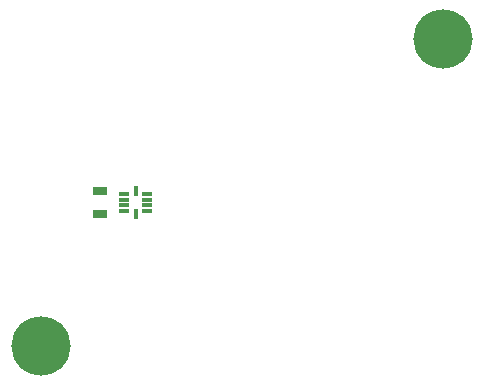
<source format=gbr>
%TF.GenerationSoftware,Altium Limited,Altium Designer,23.11.1 (41)*%
G04 Layer_Color=16711935*
%FSLAX45Y45*%
%MOMM*%
%TF.SameCoordinates,EE14C10C-1293-43E7-8F5D-FAE76E51A431*%
%TF.FilePolarity,Negative*%
%TF.FileFunction,Soldermask,Bot*%
%TF.Part,Single*%
G01*
G75*
%TA.AperFunction,SMDPad,CuDef*%
%ADD44R,1.22000X0.77000*%
%TA.AperFunction,ViaPad*%
%ADD47C,5.02000*%
%TA.AperFunction,SMDPad,CuDef*%
%ADD48R,0.32000X0.82000*%
%ADD49R,0.82000X0.32000*%
D44*
X8700000Y9516500D02*
D03*
Y9716500D02*
D03*
D47*
X8200000Y8400000D02*
D03*
X11600000Y11000000D02*
D03*
D48*
X9000000Y9521500D02*
D03*
Y9711500D02*
D03*
D49*
X8905000Y9541500D02*
D03*
Y9591500D02*
D03*
Y9641500D02*
D03*
Y9691500D02*
D03*
X9095000Y9541500D02*
D03*
Y9591500D02*
D03*
Y9641500D02*
D03*
Y9691500D02*
D03*
%TF.MD5,1da7c9b559e22aa062d4b3b5dc538910*%
M02*

</source>
